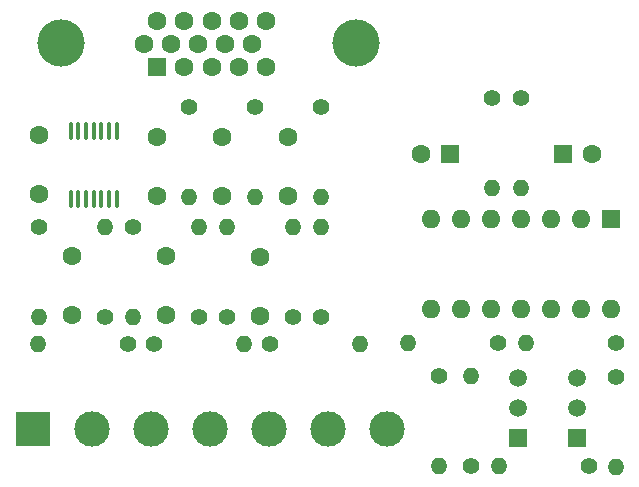
<source format=gbr>
%TF.GenerationSoftware,KiCad,Pcbnew,8.0.1*%
%TF.CreationDate,2024-06-07T20:59:54+10:00*%
%TF.ProjectId,arcade,61726361-6465-42e6-9b69-6361645f7063,rev?*%
%TF.SameCoordinates,Original*%
%TF.FileFunction,Soldermask,Top*%
%TF.FilePolarity,Negative*%
%FSLAX46Y46*%
G04 Gerber Fmt 4.6, Leading zero omitted, Abs format (unit mm)*
G04 Created by KiCad (PCBNEW 8.0.1) date 2024-06-07 20:59:54*
%MOMM*%
%LPD*%
G01*
G04 APERTURE LIST*
G04 Aperture macros list*
%AMRoundRect*
0 Rectangle with rounded corners*
0 $1 Rounding radius*
0 $2 $3 $4 $5 $6 $7 $8 $9 X,Y pos of 4 corners*
0 Add a 4 corners polygon primitive as box body*
4,1,4,$2,$3,$4,$5,$6,$7,$8,$9,$2,$3,0*
0 Add four circle primitives for the rounded corners*
1,1,$1+$1,$2,$3*
1,1,$1+$1,$4,$5*
1,1,$1+$1,$6,$7*
1,1,$1+$1,$8,$9*
0 Add four rect primitives between the rounded corners*
20,1,$1+$1,$2,$3,$4,$5,0*
20,1,$1+$1,$4,$5,$6,$7,0*
20,1,$1+$1,$6,$7,$8,$9,0*
20,1,$1+$1,$8,$9,$2,$3,0*%
G04 Aperture macros list end*
%ADD10C,1.600000*%
%ADD11C,1.400000*%
%ADD12O,1.400000X1.400000*%
%ADD13R,1.500000X1.500000*%
%ADD14C,1.500000*%
%ADD15R,1.600000X1.600000*%
%ADD16C,4.000000*%
%ADD17O,1.600000X1.600000*%
%ADD18RoundRect,0.100000X-0.100000X0.637500X-0.100000X-0.637500X0.100000X-0.637500X0.100000X0.637500X0*%
%ADD19R,3.000000X3.000000*%
%ADD20C,3.000000*%
G04 APERTURE END LIST*
D10*
%TO.C,C10*%
X87800000Y-111800000D03*
X87800000Y-106800000D03*
%TD*%
D11*
%TO.C,R27*%
X104590000Y-114200000D03*
D12*
X112210000Y-114200000D03*
%TD*%
D11*
%TO.C,R9*%
X97700000Y-94180000D03*
D12*
X97700000Y-101800000D03*
%TD*%
D13*
%TO.C,Q2*%
X130600000Y-122140000D03*
D14*
X130600000Y-119600000D03*
X130600000Y-117060001D03*
%TD*%
D15*
%TO.C,C2*%
X119830000Y-98140000D03*
D10*
X117330000Y-98140000D03*
%TD*%
D11*
%TO.C,R3*%
X133850000Y-114140000D03*
D12*
X126230000Y-114140000D03*
%TD*%
D11*
%TO.C,R11*%
X108900000Y-94180000D03*
D12*
X108900000Y-101800000D03*
%TD*%
D11*
%TO.C,R5*%
X133830000Y-117020000D03*
D12*
X133830000Y-124640000D03*
%TD*%
D11*
%TO.C,R10*%
X103300000Y-94180000D03*
D12*
X103300000Y-101800000D03*
%TD*%
D11*
%TO.C,R4*%
X123850000Y-114140000D03*
D12*
X116230000Y-114140000D03*
%TD*%
D11*
%TO.C,R17*%
X90600000Y-111900000D03*
D12*
X90600000Y-104280000D03*
%TD*%
D10*
%TO.C,C6*%
X85000000Y-96500000D03*
X85000000Y-101500000D03*
%TD*%
D11*
%TO.C,R2*%
X123330000Y-93390000D03*
D12*
X123330000Y-101010000D03*
%TD*%
D10*
%TO.C,C3*%
X106100000Y-96700000D03*
X106100000Y-101700000D03*
%TD*%
D13*
%TO.C,Q1*%
X125600000Y-122140000D03*
D14*
X125600000Y-119600000D03*
X125600000Y-117060001D03*
%TD*%
D11*
%TO.C,R15*%
X106500000Y-111920000D03*
D12*
X106500000Y-104300000D03*
%TD*%
D11*
%TO.C,R12*%
X108900000Y-111920000D03*
D12*
X108900000Y-104300000D03*
%TD*%
D10*
%TO.C,C12*%
X103700000Y-111820000D03*
X103700000Y-106820000D03*
%TD*%
D11*
%TO.C,R7*%
X121600000Y-124580001D03*
D12*
X121600000Y-116960001D03*
%TD*%
D11*
%TO.C,R13*%
X100900000Y-111920000D03*
D12*
X100900000Y-104300000D03*
%TD*%
D11*
%TO.C,R1*%
X125830000Y-93390000D03*
D12*
X125830000Y-101010000D03*
%TD*%
D11*
%TO.C,R6*%
X131600000Y-124580001D03*
D12*
X123980000Y-124580001D03*
%TD*%
D11*
%TO.C,R14*%
X93000000Y-104280000D03*
D12*
X93000000Y-111900000D03*
%TD*%
D11*
%TO.C,R25*%
X94790000Y-114200000D03*
D12*
X102410000Y-114200000D03*
%TD*%
D16*
%TO.C,J1*%
X111855000Y-88750001D03*
X86855000Y-88750000D03*
D15*
X95040000Y-90800000D03*
D10*
X97330001Y-90800000D03*
X99620000Y-90800000D03*
X101910001Y-90800000D03*
X104200000Y-90800000D03*
X93895000Y-88820000D03*
X96185000Y-88820000D03*
X98475000Y-88820000D03*
X100765000Y-88820000D03*
X103055000Y-88820000D03*
X95040000Y-86840000D03*
X97330000Y-86840000D03*
X99620000Y-86840000D03*
X101910000Y-86840000D03*
X104200000Y-86840000D03*
%TD*%
D11*
%TO.C,R22*%
X92590000Y-114200000D03*
D12*
X84970000Y-114200000D03*
%TD*%
D11*
%TO.C,R8*%
X118850000Y-116960001D03*
D12*
X118850000Y-124580001D03*
%TD*%
D10*
%TO.C,C5*%
X95000000Y-96700000D03*
X95000000Y-101700000D03*
%TD*%
D11*
%TO.C,R29*%
X85000000Y-104280000D03*
D12*
X85000000Y-111900000D03*
%TD*%
D15*
%TO.C,U1*%
X133450000Y-103640000D03*
D17*
X130910000Y-103640000D03*
X128370001Y-103640000D03*
X125830000Y-103640000D03*
X123290000Y-103640000D03*
X120750000Y-103640000D03*
X118210000Y-103640000D03*
X118210000Y-111260000D03*
X120750000Y-111260000D03*
X123290000Y-111260000D03*
X125830000Y-111260000D03*
X128370000Y-111260000D03*
X130910000Y-111260000D03*
X133450000Y-111260000D03*
%TD*%
D18*
%TO.C,U2*%
X91600000Y-96175000D03*
X90950000Y-96175000D03*
X90300000Y-96175000D03*
X89650000Y-96175000D03*
X89000000Y-96175000D03*
X88350000Y-96175000D03*
X87700000Y-96175000D03*
X87700000Y-101900000D03*
X88350000Y-101900000D03*
X89000000Y-101900000D03*
X89650000Y-101900000D03*
X90300000Y-101900000D03*
X90950000Y-101900000D03*
X91600000Y-101900000D03*
%TD*%
D19*
%TO.C,J6*%
X84500000Y-121400000D03*
D20*
X89500000Y-121400000D03*
X94500000Y-121400000D03*
X99500000Y-121400000D03*
X104500000Y-121400000D03*
X109500000Y-121400000D03*
X114500000Y-121400000D03*
%TD*%
D10*
%TO.C,C11*%
X95800000Y-111800000D03*
X95800000Y-106800000D03*
%TD*%
D11*
%TO.C,R16*%
X98562500Y-111900000D03*
D12*
X98562500Y-104280000D03*
%TD*%
D15*
%TO.C,C1*%
X129374887Y-98140000D03*
D10*
X131874887Y-98140000D03*
%TD*%
%TO.C,C4*%
X100500000Y-96700000D03*
X100500000Y-101700000D03*
%TD*%
M02*

</source>
